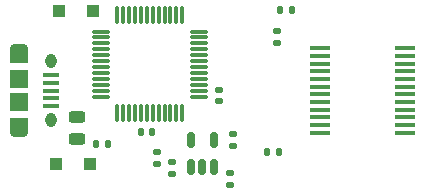
<source format=gtp>
G04 #@! TF.GenerationSoftware,KiCad,Pcbnew,7.0.6-7.0.6~ubuntu22.04.1*
G04 #@! TF.CreationDate,2023-07-08T17:09:43+02:00*
G04 #@! TF.ProjectId,combined,636f6d62-696e-4656-942e-6b696361645f,rev?*
G04 #@! TF.SameCoordinates,Original*
G04 #@! TF.FileFunction,Paste,Top*
G04 #@! TF.FilePolarity,Positive*
%FSLAX46Y46*%
G04 Gerber Fmt 4.6, Leading zero omitted, Abs format (unit mm)*
G04 Created by KiCad (PCBNEW 7.0.6-7.0.6~ubuntu22.04.1) date 2023-07-08 17:09:43*
%MOMM*%
%LPD*%
G01*
G04 APERTURE LIST*
G04 Aperture macros list*
%AMRoundRect*
0 Rectangle with rounded corners*
0 $1 Rounding radius*
0 $2 $3 $4 $5 $6 $7 $8 $9 X,Y pos of 4 corners*
0 Add a 4 corners polygon primitive as box body*
4,1,4,$2,$3,$4,$5,$6,$7,$8,$9,$2,$3,0*
0 Add four circle primitives for the rounded corners*
1,1,$1+$1,$2,$3*
1,1,$1+$1,$4,$5*
1,1,$1+$1,$6,$7*
1,1,$1+$1,$8,$9*
0 Add four rect primitives between the rounded corners*
20,1,$1+$1,$2,$3,$4,$5,0*
20,1,$1+$1,$4,$5,$6,$7,0*
20,1,$1+$1,$6,$7,$8,$9,0*
20,1,$1+$1,$8,$9,$2,$3,0*%
G04 Aperture macros list end*
%ADD10RoundRect,0.140000X0.170000X-0.140000X0.170000X0.140000X-0.170000X0.140000X-0.170000X-0.140000X0*%
%ADD11RoundRect,0.140000X-0.170000X0.140000X-0.170000X-0.140000X0.170000X-0.140000X0.170000X0.140000X0*%
%ADD12RoundRect,0.140000X0.140000X0.170000X-0.140000X0.170000X-0.140000X-0.170000X0.140000X-0.170000X0*%
%ADD13RoundRect,0.250000X0.300000X0.300000X-0.300000X0.300000X-0.300000X-0.300000X0.300000X-0.300000X0*%
%ADD14O,1.550000X0.890000*%
%ADD15O,0.950000X1.250000*%
%ADD16R,1.350000X0.400000*%
%ADD17R,1.550000X1.200000*%
%ADD18R,1.550000X1.500000*%
%ADD19RoundRect,0.135000X0.135000X0.185000X-0.135000X0.185000X-0.135000X-0.185000X0.135000X-0.185000X0*%
%ADD20RoundRect,0.135000X0.185000X-0.135000X0.185000X0.135000X-0.185000X0.135000X-0.185000X-0.135000X0*%
%ADD21RoundRect,0.135000X-0.135000X-0.185000X0.135000X-0.185000X0.135000X0.185000X-0.135000X0.185000X0*%
%ADD22RoundRect,0.150000X0.150000X-0.512500X0.150000X0.512500X-0.150000X0.512500X-0.150000X-0.512500X0*%
%ADD23RoundRect,0.075000X0.662500X0.075000X-0.662500X0.075000X-0.662500X-0.075000X0.662500X-0.075000X0*%
%ADD24RoundRect,0.075000X0.075000X0.662500X-0.075000X0.662500X-0.075000X-0.662500X0.075000X-0.662500X0*%
%ADD25R,1.750000X0.450000*%
%ADD26RoundRect,0.243750X-0.456250X0.243750X-0.456250X-0.243750X0.456250X-0.243750X0.456250X0.243750X0*%
G04 APERTURE END LIST*
D10*
X91897200Y-40787200D03*
X91897200Y-39827200D03*
D11*
X90627200Y-38963600D03*
X90627200Y-39923600D03*
D12*
X90210000Y-37250000D03*
X89250000Y-37250000D03*
D11*
X95885000Y-33683000D03*
X95885000Y-34643000D03*
D13*
X85150000Y-27000000D03*
X82350000Y-27000000D03*
X84900000Y-40000000D03*
X82100000Y-40000000D03*
D14*
X78950000Y-30250000D03*
D15*
X81650000Y-31250000D03*
X81650000Y-36250000D03*
D14*
X78950000Y-37250000D03*
D16*
X81650000Y-32450000D03*
X81650000Y-33100000D03*
X81650000Y-33750000D03*
X81650000Y-34400000D03*
X81650000Y-35050000D03*
D17*
X78950000Y-30850000D03*
D18*
X78950000Y-32750000D03*
X78950000Y-34750000D03*
D17*
X78950000Y-36650000D03*
D19*
X100939600Y-38963600D03*
X99919600Y-38963600D03*
D20*
X100750000Y-29760000D03*
X100750000Y-28740000D03*
X97028000Y-38483000D03*
X97028000Y-37463000D03*
X96750000Y-41760000D03*
X96750000Y-40740000D03*
D21*
X100990000Y-26924000D03*
X102010000Y-26924000D03*
D22*
X93500000Y-40250000D03*
X94450000Y-40250000D03*
X95400000Y-40250000D03*
X95400000Y-37975000D03*
X93500000Y-37975000D03*
D23*
X94162500Y-34250000D03*
X94162500Y-33750000D03*
X94162500Y-33250000D03*
X94162500Y-32750000D03*
X94162500Y-32250000D03*
X94162500Y-31750000D03*
X94162500Y-31250000D03*
X94162500Y-30750000D03*
X94162500Y-30250000D03*
X94162500Y-29750000D03*
X94162500Y-29250000D03*
X94162500Y-28750000D03*
D24*
X92750000Y-27337500D03*
X92250000Y-27337500D03*
X91750000Y-27337500D03*
X91250000Y-27337500D03*
X90750000Y-27337500D03*
X90250000Y-27337500D03*
X89750000Y-27337500D03*
X89250000Y-27337500D03*
X88750000Y-27337500D03*
X88250000Y-27337500D03*
X87750000Y-27337500D03*
X87250000Y-27337500D03*
D23*
X85837500Y-28750000D03*
X85837500Y-29250000D03*
X85837500Y-29750000D03*
X85837500Y-30250000D03*
X85837500Y-30750000D03*
X85837500Y-31250000D03*
X85837500Y-31750000D03*
X85837500Y-32250000D03*
X85837500Y-32750000D03*
X85837500Y-33250000D03*
X85837500Y-33750000D03*
X85837500Y-34250000D03*
D24*
X87250000Y-35662500D03*
X87750000Y-35662500D03*
X88250000Y-35662500D03*
X88750000Y-35662500D03*
X89250000Y-35662500D03*
X89750000Y-35662500D03*
X90250000Y-35662500D03*
X90750000Y-35662500D03*
X91250000Y-35662500D03*
X91750000Y-35662500D03*
X92250000Y-35662500D03*
X92750000Y-35662500D03*
D25*
X111600000Y-37325000D03*
X111600000Y-36675000D03*
X111600000Y-36025000D03*
X111600000Y-35375000D03*
X111600000Y-34725000D03*
X111600000Y-34075000D03*
X111600000Y-33425000D03*
X111600000Y-32775000D03*
X111600000Y-32125000D03*
X111600000Y-31475000D03*
X111600000Y-30825000D03*
X111600000Y-30175000D03*
X104400000Y-30175000D03*
X104400000Y-30825000D03*
X104400000Y-31475000D03*
X104400000Y-32125000D03*
X104400000Y-32775000D03*
X104400000Y-33425000D03*
X104400000Y-34075000D03*
X104400000Y-34725000D03*
X104400000Y-35375000D03*
X104400000Y-36025000D03*
X104400000Y-36675000D03*
X104400000Y-37325000D03*
D26*
X83870800Y-35943300D03*
X83870800Y-37818300D03*
D19*
X86463600Y-38252400D03*
X85443600Y-38252400D03*
M02*

</source>
